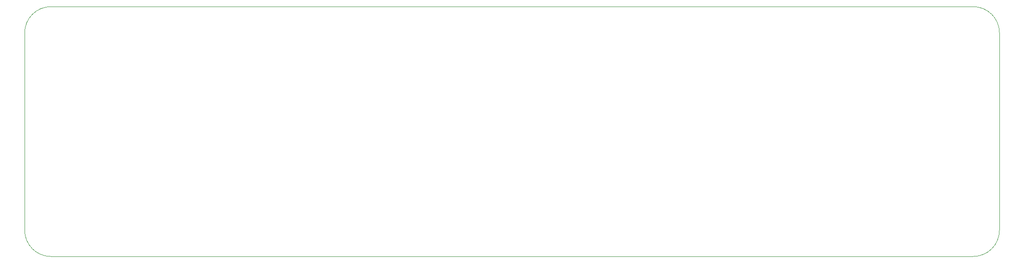
<source format=gbr>
G04 #@! TF.GenerationSoftware,KiCad,Pcbnew,(5.0.2)-1*
G04 #@! TF.CreationDate,2018-12-31T15:38:33+01:00*
G04 #@! TF.ProjectId,EuroRack_LowNoisePowerPCB,4575726f-5261-4636-9b5f-4c6f774e6f69,rev?*
G04 #@! TF.SameCoordinates,Original*
G04 #@! TF.FileFunction,Profile,NP*
%FSLAX46Y46*%
G04 Gerber Fmt 4.6, Leading zero omitted, Abs format (unit mm)*
G04 Created by KiCad (PCBNEW (5.0.2)-1) date 31/12/2018 15:38:33*
%MOMM*%
%LPD*%
G01*
G04 APERTURE LIST*
%ADD10C,0.100000*%
G04 APERTURE END LIST*
D10*
X38100000Y-96520000D02*
X215900000Y-96520000D01*
X33020000Y-139700000D02*
X33020000Y-101600000D01*
X215900000Y-144780000D02*
X38100000Y-144780000D01*
X220980000Y-101600000D02*
X220980000Y-139700000D01*
X215900000Y-96520000D02*
G75*
G02X220980000Y-101600000I0J-5080000D01*
G01*
X220980000Y-139700000D02*
G75*
G02X215900000Y-144780000I-5080000J0D01*
G01*
X38100000Y-144780000D02*
G75*
G02X33020000Y-139700000I0J5080000D01*
G01*
X33020000Y-101600000D02*
G75*
G02X38100000Y-96520000I5080000J0D01*
G01*
M02*

</source>
